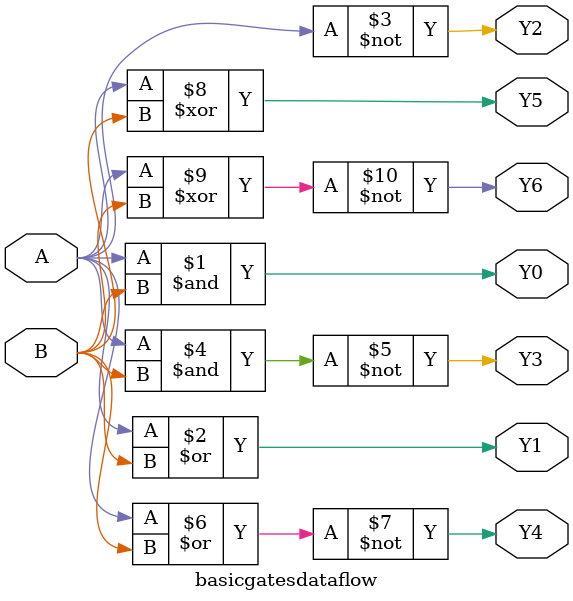
<source format=v>
`timescale 1ns / 1ps
module basicgatesdataflow(A,B,Y0,Y1,Y2,Y3,Y4,Y5,Y6
    );
	 input A,B;
	 output Y0,Y1,Y2,Y3,Y4,Y5,Y6;
	 assign Y0=A & B;
	 assign Y1=A | B;
	 assign Y2=~A;
	 assign Y3=~(A & B);
	 assign Y4=~(A | B);
	 assign Y5=A ^ B;
	 assign Y6=~(A ^ B);
endmodule

</source>
